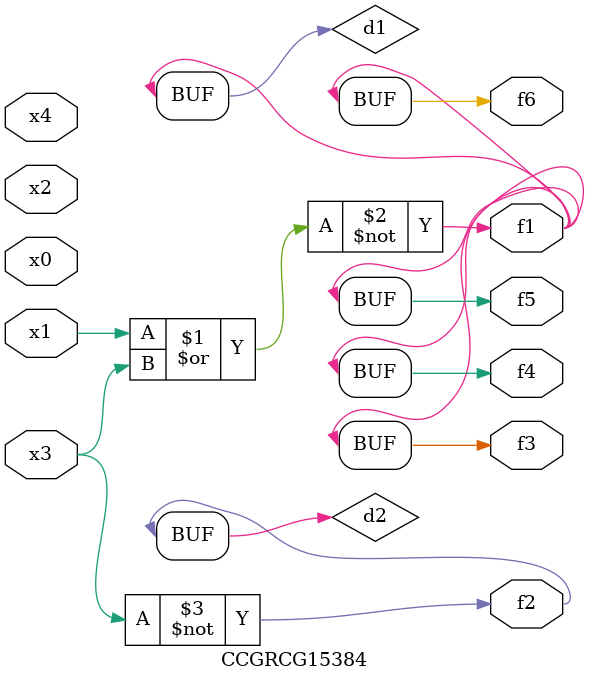
<source format=v>
module CCGRCG15384(
	input x0, x1, x2, x3, x4,
	output f1, f2, f3, f4, f5, f6
);

	wire d1, d2;

	nor (d1, x1, x3);
	not (d2, x3);
	assign f1 = d1;
	assign f2 = d2;
	assign f3 = d1;
	assign f4 = d1;
	assign f5 = d1;
	assign f6 = d1;
endmodule

</source>
